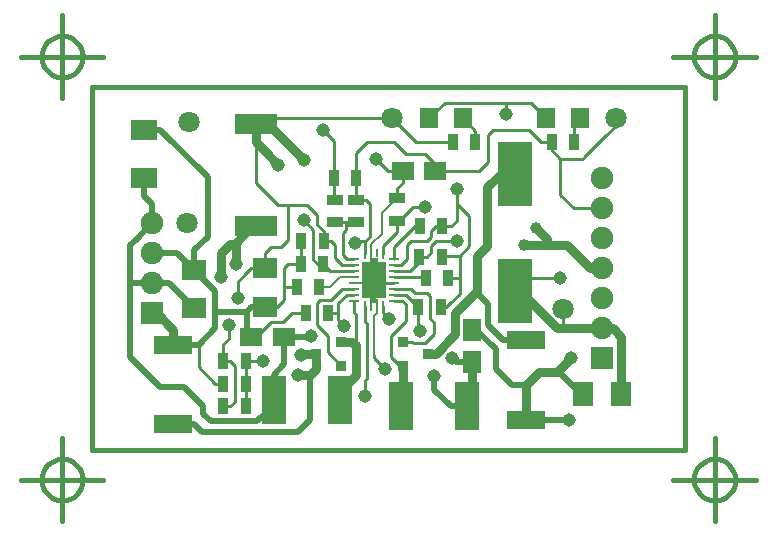
<source format=gtl>
G04 (created by PCBNEW-RS274X (2010-03-14)-final) date mar 08 nov 2011 08:15:05 ART*
G01*
G70*
G90*
%MOIN*%
G04 Gerber Fmt 3.4, Leading zero omitted, Abs format*
%FSLAX34Y34*%
G04 APERTURE LIST*
%ADD10C,0.000100*%
%ADD11C,0.015000*%
%ADD12R,0.085000X0.070000*%
%ADD13R,0.126000X0.060000*%
%ADD14R,0.062900X0.070900*%
%ADD15R,0.076700X0.059000*%
%ADD16R,0.059000X0.076700*%
%ADD17R,0.084600X0.070800*%
%ADD18R,0.070800X0.084600*%
%ADD19R,0.075000X0.075000*%
%ADD20C,0.075000*%
%ADD21R,0.141700X0.070800*%
%ADD22R,0.114100X0.212500*%
%ADD23R,0.030700X0.015700*%
%ADD24R,0.040000X0.040000*%
%ADD25R,0.033500X0.011000*%
%ADD26R,0.011000X0.033500*%
%ADD27R,0.009100X0.028500*%
%ADD28C,0.070900*%
%ADD29R,0.035000X0.055000*%
%ADD30R,0.055000X0.035000*%
%ADD31R,0.080000X0.160000*%
%ADD32R,0.036000X0.036000*%
%ADD33C,0.045000*%
%ADD34C,0.038800*%
%ADD35C,0.010000*%
%ADD36C,0.020000*%
%ADD37C,0.030000*%
%ADD38C,0.006900*%
G04 APERTURE END LIST*
G54D10*
G54D11*
X32789Y-10150D02*
X32775Y-10283D01*
X32737Y-10412D01*
X32673Y-10531D01*
X32588Y-10635D01*
X32485Y-10721D01*
X32366Y-10785D01*
X32238Y-10824D01*
X32104Y-10838D01*
X31971Y-10826D01*
X31842Y-10788D01*
X31723Y-10726D01*
X31618Y-10642D01*
X31532Y-10539D01*
X31467Y-10421D01*
X31427Y-10293D01*
X31412Y-10159D01*
X31423Y-10026D01*
X31460Y-09897D01*
X31521Y-09777D01*
X31605Y-09672D01*
X31707Y-09585D01*
X31825Y-09519D01*
X31953Y-09478D01*
X32086Y-09462D01*
X32219Y-09472D01*
X32349Y-09508D01*
X32469Y-09569D01*
X32575Y-09652D01*
X32663Y-09753D01*
X32729Y-09870D01*
X32771Y-09998D01*
X32788Y-10131D01*
X32789Y-10150D01*
X30722Y-10150D02*
X33478Y-10150D01*
X32100Y-08772D02*
X32100Y-11528D01*
X32789Y-24250D02*
X32775Y-24383D01*
X32737Y-24512D01*
X32673Y-24631D01*
X32588Y-24735D01*
X32485Y-24821D01*
X32366Y-24885D01*
X32238Y-24924D01*
X32104Y-24938D01*
X31971Y-24926D01*
X31842Y-24888D01*
X31723Y-24826D01*
X31618Y-24742D01*
X31532Y-24639D01*
X31467Y-24521D01*
X31427Y-24393D01*
X31412Y-24259D01*
X31423Y-24126D01*
X31460Y-23997D01*
X31521Y-23877D01*
X31605Y-23772D01*
X31707Y-23685D01*
X31825Y-23619D01*
X31953Y-23578D01*
X32086Y-23562D01*
X32219Y-23572D01*
X32349Y-23608D01*
X32469Y-23669D01*
X32575Y-23752D01*
X32663Y-23853D01*
X32729Y-23970D01*
X32771Y-24098D01*
X32788Y-24231D01*
X32789Y-24250D01*
X30722Y-24250D02*
X33478Y-24250D01*
X32100Y-22872D02*
X32100Y-25628D01*
X54539Y-24250D02*
X54525Y-24383D01*
X54487Y-24512D01*
X54423Y-24631D01*
X54338Y-24735D01*
X54235Y-24821D01*
X54116Y-24885D01*
X53988Y-24924D01*
X53854Y-24938D01*
X53721Y-24926D01*
X53592Y-24888D01*
X53473Y-24826D01*
X53368Y-24742D01*
X53282Y-24639D01*
X53217Y-24521D01*
X53177Y-24393D01*
X53162Y-24259D01*
X53173Y-24126D01*
X53210Y-23997D01*
X53271Y-23877D01*
X53355Y-23772D01*
X53457Y-23685D01*
X53575Y-23619D01*
X53703Y-23578D01*
X53836Y-23562D01*
X53969Y-23572D01*
X54099Y-23608D01*
X54219Y-23669D01*
X54325Y-23752D01*
X54413Y-23853D01*
X54479Y-23970D01*
X54521Y-24098D01*
X54538Y-24231D01*
X54539Y-24250D01*
X52472Y-24250D02*
X55228Y-24250D01*
X53850Y-22872D02*
X53850Y-25628D01*
X54539Y-10150D02*
X54525Y-10283D01*
X54487Y-10412D01*
X54423Y-10531D01*
X54338Y-10635D01*
X54235Y-10721D01*
X54116Y-10785D01*
X53988Y-10824D01*
X53854Y-10838D01*
X53721Y-10826D01*
X53592Y-10788D01*
X53473Y-10726D01*
X53368Y-10642D01*
X53282Y-10539D01*
X53217Y-10421D01*
X53177Y-10293D01*
X53162Y-10159D01*
X53173Y-10026D01*
X53210Y-09897D01*
X53271Y-09777D01*
X53355Y-09672D01*
X53457Y-09585D01*
X53575Y-09519D01*
X53703Y-09478D01*
X53836Y-09462D01*
X53969Y-09472D01*
X54099Y-09508D01*
X54219Y-09569D01*
X54325Y-09652D01*
X54413Y-09753D01*
X54479Y-09870D01*
X54521Y-09998D01*
X54538Y-10131D01*
X54539Y-10150D01*
X52472Y-10150D02*
X55228Y-10150D01*
X53850Y-08772D02*
X53850Y-11528D01*
X52850Y-23250D02*
X33100Y-23250D01*
X33100Y-11150D02*
X52850Y-11150D01*
X33100Y-23250D02*
X33100Y-11150D01*
X52850Y-11150D02*
X52850Y-23250D01*
G54D12*
X34830Y-12600D03*
X34830Y-14200D03*
G54D13*
X47550Y-22250D03*
X47550Y-19593D03*
X35800Y-19750D03*
X35800Y-22407D03*
G54D14*
X49359Y-12200D03*
X48241Y-12200D03*
X45459Y-12200D03*
X44341Y-12200D03*
G54D15*
X44541Y-13950D03*
X43459Y-13950D03*
G54D16*
X45750Y-20341D03*
X45750Y-19259D03*
G54D15*
X39491Y-19500D03*
X38409Y-19500D03*
G54D17*
X36500Y-18539D03*
X36500Y-17261D03*
G54D18*
X50739Y-21400D03*
X49461Y-21400D03*
G54D17*
X38850Y-17211D03*
X38850Y-18489D03*
G54D19*
X50100Y-20200D03*
G54D20*
X50100Y-19200D03*
X50100Y-18200D03*
X50100Y-17200D03*
X50100Y-16200D03*
X50100Y-15200D03*
X50100Y-14200D03*
G54D19*
X35100Y-18700D03*
G54D20*
X35100Y-17700D03*
X35100Y-16700D03*
X35100Y-15700D03*
G54D21*
X38550Y-15800D03*
X38550Y-12400D03*
G54D22*
X47200Y-14052D03*
X47200Y-17948D03*
G54D23*
X42500Y-18280D03*
G54D24*
X42300Y-17200D03*
X42300Y-17600D03*
X42300Y-18000D03*
X42700Y-18000D03*
X42700Y-17600D03*
X42700Y-17200D03*
G54D25*
X43179Y-17698D03*
X43179Y-17502D03*
X43179Y-17305D03*
X43179Y-17108D03*
X43179Y-16911D03*
X43179Y-18289D03*
X43179Y-18092D03*
X43179Y-17895D03*
X41821Y-17895D03*
X41821Y-18092D03*
X41821Y-18289D03*
X41821Y-16911D03*
X41821Y-17108D03*
X41821Y-17305D03*
X41821Y-17502D03*
X41821Y-17698D03*
G54D26*
X42796Y-16726D03*
X42796Y-18474D03*
X42204Y-18474D03*
G54D27*
X42392Y-16700D03*
G54D23*
X42500Y-16921D03*
G54D27*
X42608Y-16700D03*
X42608Y-18500D03*
G54D26*
X42204Y-16726D03*
G54D27*
X42392Y-18500D03*
G54D28*
X48800Y-18550D03*
X50550Y-12200D03*
X36250Y-15700D03*
G54D29*
X45125Y-13000D03*
X45875Y-13000D03*
X38225Y-21050D03*
X37475Y-21050D03*
X37475Y-20300D03*
X38225Y-20300D03*
X41900Y-14200D03*
X41150Y-14200D03*
X48425Y-13000D03*
X49175Y-13000D03*
G54D30*
X41200Y-15675D03*
X41200Y-14925D03*
X41900Y-14925D03*
X41900Y-15675D03*
G54D29*
X40825Y-16300D03*
X40075Y-16300D03*
X40800Y-17075D03*
X40050Y-17075D03*
X44000Y-16825D03*
X44750Y-16825D03*
X37475Y-21800D03*
X38225Y-21800D03*
X44025Y-15800D03*
X44775Y-15800D03*
X40675Y-17825D03*
X39925Y-17825D03*
X44225Y-17525D03*
X44975Y-17525D03*
X43975Y-18500D03*
X44725Y-18500D03*
X40975Y-18700D03*
X40225Y-18700D03*
G54D30*
X43250Y-15625D03*
X43250Y-14875D03*
G54D31*
X39150Y-21600D03*
X41350Y-21600D03*
X45600Y-21800D03*
X43400Y-21800D03*
G54D28*
X43100Y-12200D03*
G54D32*
X41400Y-19650D03*
X41400Y-20450D03*
X40550Y-20050D03*
X43450Y-20450D03*
X43450Y-19650D03*
X44300Y-20050D03*
G54D28*
X36325Y-12325D03*
G54D33*
X44200Y-15150D03*
X40150Y-15600D03*
X41500Y-19125D03*
X45100Y-20200D03*
X44500Y-20800D03*
X44025Y-19300D03*
X40400Y-19450D03*
X41850Y-16350D03*
X45275Y-16300D03*
X37650Y-19100D03*
X37950Y-18200D03*
X39300Y-13750D03*
X40150Y-13600D03*
G54D34*
X47900Y-15850D03*
X47500Y-16425D03*
G54D33*
X48700Y-17525D03*
X43000Y-18900D03*
X42850Y-20550D03*
X46900Y-12050D03*
X45250Y-14550D03*
X49050Y-20200D03*
X40800Y-12600D03*
X42575Y-13575D03*
X49000Y-22250D03*
X37900Y-17050D03*
X37400Y-17500D03*
X39950Y-20775D03*
X40050Y-20100D03*
X42200Y-21450D03*
X38800Y-20300D03*
G54D35*
X42796Y-16726D02*
X42796Y-16454D01*
X43250Y-16000D02*
X43250Y-15625D01*
X42796Y-16454D02*
X43250Y-16000D01*
X41821Y-17305D02*
X41300Y-17305D01*
X41300Y-17305D02*
X41305Y-17305D01*
G54D36*
X35100Y-15700D02*
X34550Y-16250D01*
X34375Y-17700D02*
X34375Y-16425D01*
X34375Y-16425D02*
X34550Y-16250D01*
X34375Y-20175D02*
X34375Y-17700D01*
X38600Y-22300D02*
X39150Y-21750D01*
X37050Y-22300D02*
X38600Y-22300D01*
X34550Y-20350D02*
X35350Y-21150D01*
X35350Y-21150D02*
X36150Y-21150D01*
X36150Y-21150D02*
X36800Y-21800D01*
X36800Y-21800D02*
X36800Y-22050D01*
X36800Y-22050D02*
X37050Y-22300D01*
X34550Y-20350D02*
X34375Y-20175D01*
G54D35*
X43900Y-15150D02*
X44200Y-15150D01*
X43250Y-15625D02*
X43325Y-15625D01*
X43800Y-15150D02*
X43325Y-15625D01*
X43900Y-15150D02*
X43800Y-15150D01*
X40475Y-15925D02*
X40150Y-15600D01*
X40800Y-17075D02*
X40625Y-17075D01*
X40475Y-16925D02*
X40625Y-17075D01*
X40475Y-16700D02*
X40475Y-16925D01*
X40475Y-15925D02*
X40475Y-16700D01*
X41300Y-18925D02*
X41500Y-19125D01*
X41300Y-18925D02*
X41300Y-18800D01*
G54D37*
X45750Y-20341D02*
X45750Y-21650D01*
X45750Y-21650D02*
X45600Y-21800D01*
G54D36*
X45241Y-20341D02*
X45750Y-20341D01*
X45100Y-20200D02*
X45241Y-20341D01*
X45600Y-21800D02*
X45050Y-21800D01*
X44500Y-21250D02*
X44500Y-20800D01*
X45050Y-21800D02*
X44500Y-21250D01*
G54D35*
X43975Y-19250D02*
X43975Y-18500D01*
X44025Y-19300D02*
X43975Y-19250D01*
G54D36*
X39491Y-19500D02*
X40350Y-19500D01*
X40400Y-19450D02*
X40350Y-19500D01*
X39150Y-21600D02*
X39150Y-20750D01*
X39491Y-20409D02*
X39491Y-19500D01*
X39150Y-20750D02*
X39491Y-20409D01*
G54D35*
X43179Y-18092D02*
X43567Y-18092D01*
X43567Y-18092D02*
X43975Y-18500D01*
X41300Y-17305D02*
X41030Y-17305D01*
X41030Y-17305D02*
X40800Y-17075D01*
X41300Y-18800D02*
X41300Y-18700D01*
X41300Y-18700D02*
X41300Y-18375D01*
X41300Y-18375D02*
X41583Y-18092D01*
X41583Y-18092D02*
X41821Y-18092D01*
G54D36*
X35100Y-17700D02*
X34375Y-17700D01*
X35100Y-17700D02*
X35661Y-17700D01*
X35661Y-17700D02*
X36500Y-18539D01*
G54D35*
X40975Y-18700D02*
X41300Y-18700D01*
G54D36*
X35100Y-15700D02*
X35100Y-15060D01*
X34830Y-14790D02*
X34830Y-14200D01*
X35100Y-15060D02*
X34830Y-14790D01*
G54D35*
X42204Y-16726D02*
X42204Y-16300D01*
X42204Y-16300D02*
X42204Y-16296D01*
X42225Y-14925D02*
X41900Y-14925D01*
X42350Y-15050D02*
X42225Y-14925D01*
X42350Y-16150D02*
X42350Y-15050D01*
X42204Y-16296D02*
X42350Y-16150D01*
X41900Y-14200D02*
X41900Y-14925D01*
X48425Y-13000D02*
X48425Y-13275D01*
X48425Y-13275D02*
X48700Y-13550D01*
X48700Y-13550D02*
X49450Y-13550D01*
X49450Y-13550D02*
X49500Y-13500D01*
X50550Y-12450D02*
X50200Y-12800D01*
X50550Y-12450D02*
X50550Y-12200D01*
X49500Y-13500D02*
X50200Y-12800D01*
X48425Y-13000D02*
X48050Y-13000D01*
X46000Y-13950D02*
X46300Y-13650D01*
X46300Y-13650D02*
X46300Y-12750D01*
X46300Y-12750D02*
X46450Y-12600D01*
X46450Y-12600D02*
X47650Y-12600D01*
X47650Y-12600D02*
X48050Y-13000D01*
X46000Y-13950D02*
X45500Y-13950D01*
X45500Y-13950D02*
X44541Y-13950D01*
X42204Y-16300D02*
X42200Y-16300D01*
X44250Y-16825D02*
X44000Y-16825D01*
X44400Y-16675D02*
X44250Y-16825D01*
X44400Y-16550D02*
X44400Y-16675D01*
X44400Y-16475D02*
X44575Y-16300D01*
X44400Y-16550D02*
X44400Y-16475D01*
X41900Y-16300D02*
X42200Y-16300D01*
X41850Y-16350D02*
X41900Y-16300D01*
X44575Y-16300D02*
X45275Y-16300D01*
X44541Y-13950D02*
X44541Y-13741D01*
X41900Y-13350D02*
X41900Y-14200D01*
X42250Y-13000D02*
X41900Y-13350D01*
X43150Y-13000D02*
X42250Y-13000D01*
X43550Y-13400D02*
X43150Y-13000D01*
X44200Y-13400D02*
X43550Y-13400D01*
X44541Y-13741D02*
X44200Y-13400D01*
X50100Y-15200D02*
X49150Y-15200D01*
X49150Y-15200D02*
X48700Y-14750D01*
X48700Y-14750D02*
X48700Y-13550D01*
X43179Y-17305D02*
X43695Y-17305D01*
X43695Y-17305D02*
X44000Y-17000D01*
X44000Y-17000D02*
X44000Y-16825D01*
X41821Y-17108D02*
X41425Y-17108D01*
X41425Y-17108D02*
X41450Y-17108D01*
X41450Y-17108D02*
X41458Y-17108D01*
X45125Y-13000D02*
X43900Y-13000D01*
X43600Y-12700D02*
X43100Y-12200D01*
X43900Y-13000D02*
X43600Y-12700D01*
X37475Y-19725D02*
X37475Y-20300D01*
X37475Y-19725D02*
X37650Y-19550D01*
X37650Y-19550D02*
X37650Y-19100D01*
X38389Y-17211D02*
X38200Y-17400D01*
X38389Y-17211D02*
X38850Y-17211D01*
X37950Y-17650D02*
X38200Y-17400D01*
X37950Y-18200D02*
X37950Y-17650D01*
X39400Y-16500D02*
X39625Y-16275D01*
X39625Y-15100D02*
X39625Y-16275D01*
X38850Y-16700D02*
X38850Y-17211D01*
X39050Y-16500D02*
X38850Y-16700D01*
X39400Y-16500D02*
X39050Y-16500D01*
X40825Y-16300D02*
X40825Y-15975D01*
X40600Y-15425D02*
X40600Y-15750D01*
X40275Y-15100D02*
X40600Y-15425D01*
X40275Y-15100D02*
X39625Y-15100D01*
X40825Y-15975D02*
X40600Y-15750D01*
X39625Y-15100D02*
X39625Y-15100D01*
X38550Y-12400D02*
X38550Y-13750D01*
X38550Y-13750D02*
X38550Y-14350D01*
X38550Y-14350D02*
X39300Y-15100D01*
X39300Y-15100D02*
X39600Y-15100D01*
X39600Y-15100D02*
X39625Y-15100D01*
X38750Y-12200D02*
X38550Y-12400D01*
G54D37*
X50100Y-17200D02*
X49700Y-17200D01*
X48925Y-16425D02*
X49700Y-17200D01*
X48950Y-16450D02*
X48925Y-16425D01*
X48175Y-16425D02*
X48275Y-16425D01*
X48275Y-16425D02*
X48925Y-16425D01*
G54D35*
X43100Y-12200D02*
X38750Y-12200D01*
X38750Y-12200D02*
X38550Y-12400D01*
X37475Y-20300D02*
X37700Y-20300D01*
X37700Y-21800D02*
X37475Y-21800D01*
X37850Y-21650D02*
X37700Y-21800D01*
X37850Y-20450D02*
X37850Y-21650D01*
X37700Y-20300D02*
X37850Y-20450D01*
G54D37*
X38550Y-13000D02*
X38550Y-12400D01*
X39300Y-13750D02*
X38850Y-13300D01*
X38850Y-13300D02*
X38550Y-13000D01*
X38550Y-12400D02*
X38950Y-12400D01*
X38950Y-12400D02*
X40150Y-13600D01*
G54D35*
X41425Y-17108D02*
X41425Y-17100D01*
X41075Y-16300D02*
X40825Y-16300D01*
X41200Y-16425D02*
X41075Y-16300D01*
X41200Y-16875D02*
X41200Y-16425D01*
X41425Y-17100D02*
X41200Y-16875D01*
G54D37*
X47650Y-16425D02*
X47625Y-16425D01*
X47625Y-16425D02*
X48175Y-16425D01*
X47900Y-15850D02*
X48275Y-16225D01*
X48275Y-16225D02*
X48275Y-16400D01*
X48275Y-16400D02*
X48275Y-16425D01*
X47625Y-16425D02*
X47500Y-16425D01*
G54D35*
X42796Y-18474D02*
X42796Y-18696D01*
X42796Y-18696D02*
X43000Y-18900D01*
X47200Y-18750D02*
X47200Y-17948D01*
G54D37*
X48950Y-19200D02*
X48800Y-19200D01*
X48800Y-19200D02*
X50100Y-19200D01*
X50739Y-21400D02*
X50739Y-19489D01*
X50739Y-19489D02*
X50450Y-19200D01*
X50450Y-19200D02*
X50100Y-19200D01*
X47200Y-17948D02*
X47348Y-17948D01*
X47348Y-17948D02*
X48600Y-19200D01*
X48600Y-19200D02*
X48950Y-19200D01*
G54D35*
X48800Y-18550D02*
X48800Y-19200D01*
X48700Y-17525D02*
X47623Y-17525D01*
X47623Y-17525D02*
X47200Y-17948D01*
G54D38*
X42392Y-16700D02*
X42392Y-16408D01*
X42750Y-15375D02*
X43250Y-14875D01*
X42750Y-16050D02*
X42750Y-15375D01*
X42392Y-16408D02*
X42750Y-16050D01*
X42300Y-17600D02*
X42300Y-18000D01*
X42300Y-17200D02*
X42392Y-17108D01*
X42500Y-20150D02*
X42500Y-18800D01*
X42608Y-18692D02*
X42608Y-18500D01*
X42500Y-18800D02*
X42608Y-18692D01*
G54D35*
X42500Y-20100D02*
X42500Y-20150D01*
X42500Y-20150D02*
X42500Y-20200D01*
X42500Y-20200D02*
X42850Y-20550D01*
G54D38*
X42300Y-18000D02*
X42700Y-18000D01*
X42700Y-17600D02*
X42700Y-18000D01*
X42700Y-17200D02*
X42700Y-17600D01*
X42300Y-17200D02*
X42300Y-17600D01*
X42392Y-18500D02*
X42392Y-18092D01*
X42392Y-18092D02*
X42300Y-18000D01*
X42392Y-16700D02*
X42392Y-17108D01*
X42392Y-17108D02*
X42300Y-17200D01*
X41821Y-17698D02*
X42202Y-17698D01*
X42202Y-17698D02*
X42300Y-17600D01*
G54D35*
X41150Y-14200D02*
X41150Y-14875D01*
X41150Y-14875D02*
X41200Y-14925D01*
X44841Y-11700D02*
X44850Y-11691D01*
X44850Y-11691D02*
X44341Y-12200D01*
X43179Y-17108D02*
X43392Y-17108D01*
X43725Y-16300D02*
X44275Y-16300D01*
X44550Y-15800D02*
X44775Y-15800D01*
X44400Y-15950D02*
X44550Y-15800D01*
X44400Y-16175D02*
X44400Y-15950D01*
X44275Y-16300D02*
X44400Y-16175D01*
X43600Y-16425D02*
X43725Y-16300D01*
X43600Y-16900D02*
X43600Y-16425D01*
X43392Y-17108D02*
X43600Y-16900D01*
X44850Y-11691D02*
X46900Y-11691D01*
X46900Y-11691D02*
X47732Y-11691D01*
X47732Y-11691D02*
X48241Y-12200D01*
X44775Y-15800D02*
X44650Y-15800D01*
X45350Y-16800D02*
X45350Y-17400D01*
X45350Y-17400D02*
X45350Y-17525D01*
X45350Y-17525D02*
X45350Y-17900D01*
X44900Y-18500D02*
X45025Y-18375D01*
X44900Y-18500D02*
X44725Y-18500D01*
X45350Y-17900D02*
X45350Y-18050D01*
X45025Y-18375D02*
X45350Y-18050D01*
X45675Y-16475D02*
X45350Y-16800D01*
X45250Y-15050D02*
X45450Y-15250D01*
X45450Y-15250D02*
X45450Y-15250D01*
X45675Y-15475D02*
X45675Y-16475D01*
X45450Y-15250D02*
X45675Y-15475D01*
X46900Y-11691D02*
X46900Y-12050D01*
X45250Y-14550D02*
X45250Y-15050D01*
G54D36*
X36500Y-16600D02*
X36950Y-16150D01*
X36950Y-14175D02*
X36950Y-16150D01*
X35375Y-12600D02*
X36950Y-14175D01*
X34830Y-12600D02*
X35375Y-12600D01*
X36500Y-16600D02*
X36500Y-17261D01*
G54D35*
X43459Y-13709D02*
X43459Y-13950D01*
X39500Y-17211D02*
X39500Y-17200D01*
X39500Y-17200D02*
X39500Y-17211D01*
G54D37*
X49050Y-20200D02*
X48650Y-20600D01*
X48650Y-20600D02*
X48600Y-20650D01*
G54D35*
X38409Y-19500D02*
X38550Y-19500D01*
X39750Y-18700D02*
X39450Y-19000D01*
X39750Y-18700D02*
X40225Y-18700D01*
X38550Y-19500D02*
X39050Y-19000D01*
X39050Y-19000D02*
X39450Y-19000D01*
X38409Y-19500D02*
X38409Y-19459D01*
G54D36*
X38000Y-18650D02*
X37700Y-18650D01*
X37200Y-18650D02*
X37700Y-18650D01*
X35100Y-16700D02*
X35800Y-16700D01*
X35800Y-16700D02*
X35789Y-16700D01*
G54D37*
X35100Y-18700D02*
X35250Y-18700D01*
X35250Y-18700D02*
X35800Y-19250D01*
G54D36*
X37200Y-19200D02*
X37200Y-18650D01*
X37200Y-18650D02*
X37200Y-18100D01*
X37200Y-18100D02*
X37200Y-18111D01*
X36650Y-19750D02*
X37200Y-19200D01*
X38850Y-18489D02*
X38411Y-18489D01*
X38411Y-18489D02*
X38250Y-18650D01*
X38250Y-18650D02*
X38000Y-18650D01*
G54D35*
X39500Y-17211D02*
X39500Y-17700D01*
X39500Y-17700D02*
X39500Y-17800D01*
X39500Y-17800D02*
X39500Y-18250D01*
X39261Y-18489D02*
X38850Y-18489D01*
X39500Y-18250D02*
X39261Y-18489D01*
G54D36*
X38250Y-18650D02*
X38250Y-19341D01*
X38250Y-19341D02*
X38409Y-19500D01*
G54D35*
X37475Y-21050D02*
X37200Y-21050D01*
X36650Y-20500D02*
X36650Y-19750D01*
X37200Y-21050D02*
X36650Y-20500D01*
G54D37*
X35800Y-19250D02*
X35800Y-19750D01*
G54D36*
X36650Y-19750D02*
X35800Y-19750D01*
G54D37*
X48600Y-20650D02*
X48000Y-20650D01*
X48000Y-20650D02*
X47600Y-21050D01*
X47600Y-21050D02*
X47550Y-21100D01*
X47550Y-21100D02*
X47550Y-22250D01*
G54D36*
X49461Y-21400D02*
X49400Y-21400D01*
X49400Y-21400D02*
X48650Y-20650D01*
X48650Y-20650D02*
X48650Y-20600D01*
X45750Y-19259D02*
X45909Y-19259D01*
X45909Y-19259D02*
X46550Y-19900D01*
X46550Y-19900D02*
X46550Y-20550D01*
X46550Y-20550D02*
X47100Y-21100D01*
X47100Y-21100D02*
X47550Y-21100D01*
G54D35*
X41150Y-12950D02*
X41050Y-12850D01*
X41150Y-12950D02*
X41150Y-14200D01*
X40800Y-12600D02*
X41050Y-12850D01*
X42950Y-13950D02*
X43459Y-13950D01*
X42575Y-13575D02*
X42950Y-13950D01*
G54D36*
X47550Y-22250D02*
X49000Y-22250D01*
X49000Y-22250D02*
X49000Y-22250D01*
G54D35*
X43459Y-13950D02*
X43459Y-14341D01*
X43459Y-14341D02*
X43250Y-14550D01*
X43250Y-14550D02*
X43250Y-14875D01*
X45250Y-15050D02*
X45250Y-15625D01*
X45075Y-15800D02*
X44775Y-15800D01*
X45250Y-15625D02*
X45075Y-15800D01*
X44975Y-17525D02*
X45350Y-17525D01*
X45350Y-16800D02*
X44775Y-16800D01*
X44775Y-16800D02*
X44750Y-16825D01*
X39925Y-17825D02*
X39525Y-17825D01*
X39525Y-17825D02*
X39500Y-17800D01*
X40075Y-16300D02*
X40075Y-17050D01*
X40075Y-17050D02*
X40050Y-17075D01*
X40050Y-17075D02*
X39625Y-17075D01*
X39625Y-17075D02*
X39500Y-17200D01*
G54D36*
X35800Y-16700D02*
X35939Y-16700D01*
X35939Y-16700D02*
X36500Y-17261D01*
X37200Y-18100D02*
X37200Y-17961D01*
X37200Y-17961D02*
X36500Y-17261D01*
G54D35*
X43179Y-17698D02*
X42798Y-17698D01*
X42798Y-17698D02*
X42700Y-17600D01*
X42500Y-18280D02*
X42500Y-18200D01*
X42500Y-18200D02*
X42300Y-18000D01*
X49175Y-13000D02*
X49175Y-12384D01*
X49175Y-12384D02*
X49359Y-12200D01*
X40600Y-19100D02*
X40600Y-19100D01*
X40600Y-18350D02*
X40600Y-19100D01*
X40690Y-18260D02*
X40600Y-18350D01*
X41065Y-18260D02*
X41070Y-18260D01*
X41070Y-18260D02*
X40690Y-18260D01*
X40600Y-19100D02*
X40950Y-19450D01*
X40950Y-20000D02*
X41400Y-20450D01*
X40950Y-19950D02*
X40950Y-20000D01*
X40950Y-19450D02*
X40950Y-19950D01*
X41821Y-17895D02*
X41435Y-17895D01*
X41435Y-17895D02*
X41070Y-18260D01*
G54D37*
X41350Y-21600D02*
X41350Y-21325D01*
X41900Y-19950D02*
X41900Y-20775D01*
X41350Y-21325D02*
X41900Y-20775D01*
X41900Y-19950D02*
X41900Y-19750D01*
X41900Y-19750D02*
X41900Y-19800D01*
X41900Y-19800D02*
X41750Y-19650D01*
X41750Y-19650D02*
X41400Y-19650D01*
G54D35*
X41900Y-19750D02*
X41900Y-18750D01*
X41900Y-18750D02*
X41821Y-18671D01*
X41821Y-18671D02*
X41821Y-18289D01*
G54D37*
X38400Y-15800D02*
X38550Y-15800D01*
X38400Y-15800D02*
X37850Y-16405D01*
X37850Y-16405D02*
X37900Y-16350D01*
X37900Y-16350D02*
X37900Y-17050D01*
G54D36*
X36750Y-22650D02*
X39950Y-22650D01*
X36507Y-22407D02*
X36750Y-22650D01*
X35800Y-22407D02*
X36507Y-22407D01*
X39950Y-22650D02*
X40350Y-22250D01*
G54D37*
X37850Y-16405D02*
X37695Y-16405D01*
X37695Y-16405D02*
X37400Y-16700D01*
X37400Y-16700D02*
X37400Y-17500D01*
X40350Y-20775D02*
X39950Y-20775D01*
X40100Y-20050D02*
X40050Y-20100D01*
X40550Y-20050D02*
X40100Y-20050D01*
X40550Y-20050D02*
X40550Y-20575D01*
X40550Y-20575D02*
X40350Y-20775D01*
G54D36*
X40350Y-22250D02*
X40350Y-20775D01*
G54D37*
X43450Y-20450D02*
X43450Y-21750D01*
X43450Y-21750D02*
X43400Y-21800D01*
G54D35*
X43450Y-20450D02*
X43350Y-20450D01*
X43350Y-20450D02*
X43050Y-20150D01*
X43050Y-20150D02*
X43050Y-19450D01*
X43050Y-19450D02*
X43550Y-18950D01*
X43550Y-18950D02*
X43550Y-18400D01*
X43550Y-18400D02*
X43439Y-18289D01*
X43439Y-18289D02*
X43179Y-18289D01*
G54D36*
X46793Y-19593D02*
X46300Y-19100D01*
X47550Y-19593D02*
X46793Y-19593D01*
X46300Y-19100D02*
X46300Y-18450D01*
G54D37*
X45900Y-18000D02*
X45925Y-17975D01*
X45925Y-17975D02*
X45200Y-18700D01*
X45200Y-18700D02*
X45200Y-19400D01*
X45200Y-19400D02*
X44550Y-20050D01*
X44550Y-20050D02*
X44300Y-20050D01*
G54D36*
X46300Y-18450D02*
X46300Y-18400D01*
X46300Y-18400D02*
X45900Y-18000D01*
G54D37*
X45925Y-17975D02*
X45925Y-16800D01*
X46723Y-14052D02*
X47200Y-14052D01*
X46275Y-14500D02*
X46723Y-14052D01*
X46275Y-16450D02*
X46275Y-14500D01*
X45925Y-16800D02*
X46275Y-16450D01*
G54D38*
X41821Y-17502D02*
X41348Y-17502D01*
X41025Y-17825D02*
X40675Y-17825D01*
X41348Y-17502D02*
X41025Y-17825D01*
G54D35*
X43179Y-17502D02*
X44202Y-17502D01*
X44202Y-17502D02*
X44225Y-17525D01*
X43179Y-16911D02*
X43179Y-16496D01*
X43875Y-15800D02*
X44025Y-15800D01*
X43179Y-16496D02*
X43875Y-15800D01*
X44500Y-19400D02*
X44200Y-19700D01*
X44250Y-18025D02*
X44350Y-18125D01*
X43850Y-18025D02*
X44250Y-18025D01*
X43775Y-19650D02*
X43450Y-19650D01*
X43825Y-19700D02*
X43775Y-19650D01*
X44200Y-19700D02*
X43825Y-19700D01*
X44500Y-19025D02*
X44500Y-19400D01*
X44350Y-18875D02*
X44500Y-19025D01*
X44350Y-18125D02*
X44350Y-18875D01*
X43179Y-17895D02*
X43720Y-17895D01*
X43720Y-17895D02*
X43850Y-18025D01*
X42200Y-18750D02*
X42204Y-18750D01*
X42204Y-18474D02*
X42204Y-18750D01*
X42200Y-21450D02*
X42200Y-20950D01*
X42275Y-20875D02*
X42200Y-20950D01*
X42275Y-19050D02*
X42275Y-20875D01*
X42200Y-18975D02*
X42275Y-19050D01*
X42200Y-18975D02*
X42200Y-18750D01*
X38800Y-20300D02*
X38225Y-20300D01*
X42200Y-18750D02*
X42200Y-18750D01*
X38225Y-20300D02*
X38225Y-21050D01*
X38225Y-21050D02*
X38225Y-21800D01*
X41200Y-15675D02*
X41550Y-15675D01*
X41550Y-15675D02*
X41900Y-15675D01*
X41550Y-15675D02*
X41550Y-15925D01*
X41586Y-16911D02*
X41821Y-16911D01*
X41450Y-16775D02*
X41586Y-16911D01*
X41450Y-16750D02*
X41450Y-16775D01*
X41550Y-15925D02*
X41450Y-16025D01*
X41450Y-16025D02*
X41450Y-16750D01*
X45875Y-13000D02*
X45875Y-12616D01*
X45875Y-12616D02*
X45459Y-12200D01*
M02*

</source>
